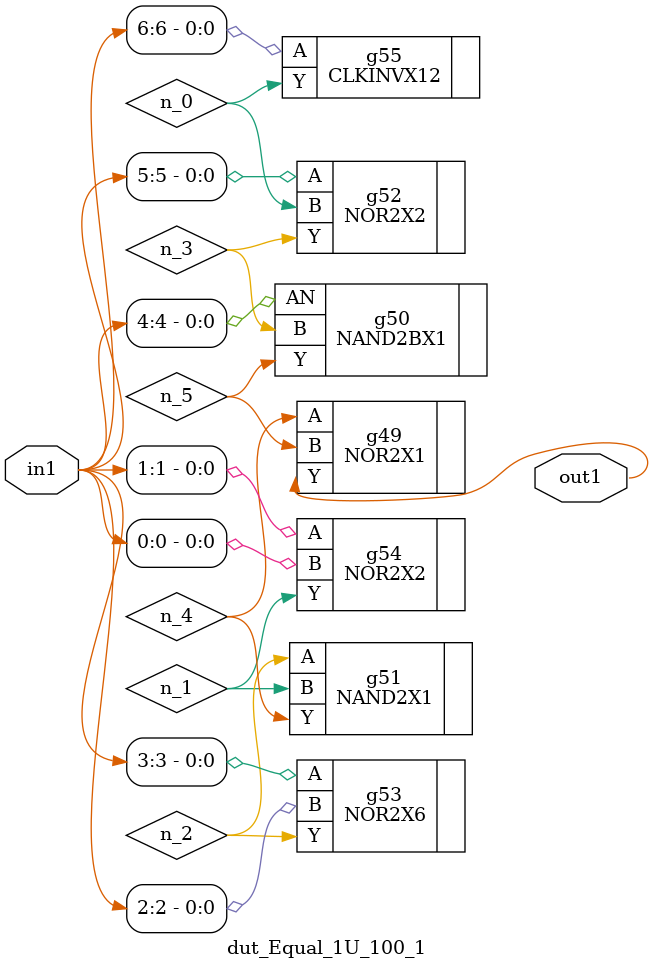
<source format=v>
`timescale 1ps / 1ps


module dut_Equal_1U_100_1(in1, out1);
  input [6:0] in1;
  output out1;
  wire [6:0] in1;
  wire out1;
  wire n_0, n_1, n_2, n_3, n_4, n_5;
  NOR2X1 g49(.A (n_4), .B (n_5), .Y (out1));
  NAND2BX1 g50(.AN (in1[4]), .B (n_3), .Y (n_5));
  NAND2X1 g51(.A (n_2), .B (n_1), .Y (n_4));
  NOR2X2 g52(.A (in1[5]), .B (n_0), .Y (n_3));
  NOR2X6 g53(.A (in1[3]), .B (in1[2]), .Y (n_2));
  NOR2X2 g54(.A (in1[1]), .B (in1[0]), .Y (n_1));
  CLKINVX12 g55(.A (in1[6]), .Y (n_0));
endmodule



</source>
